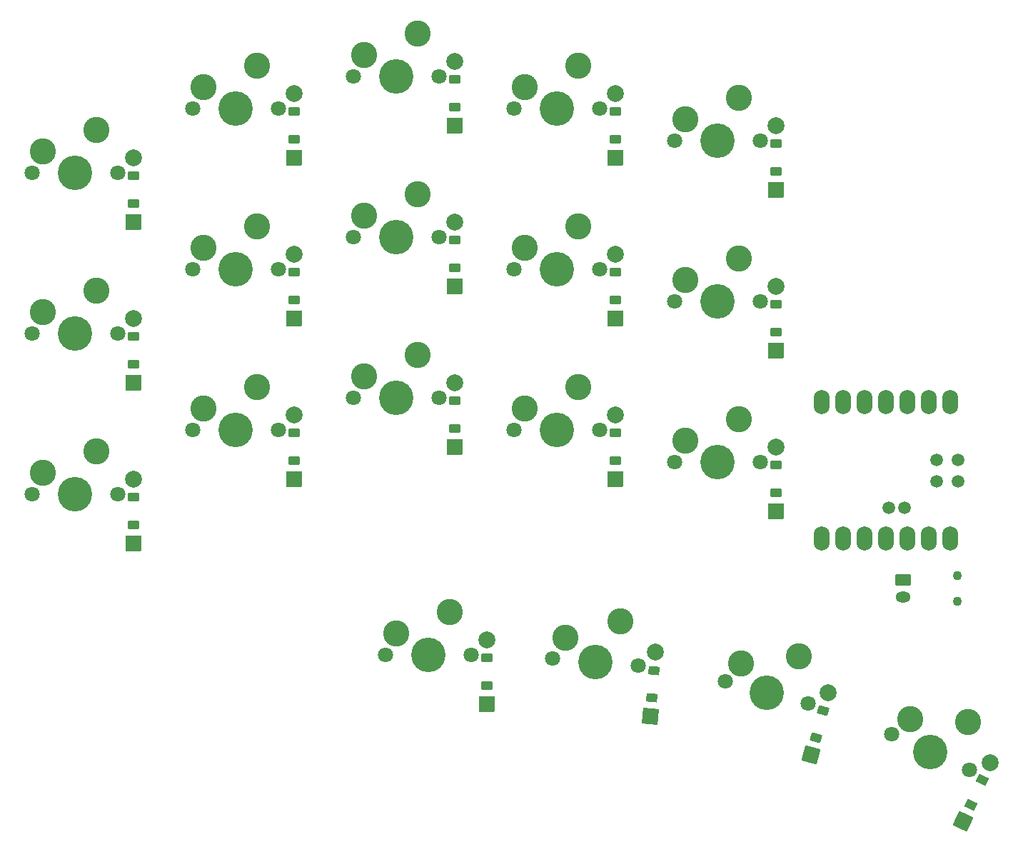
<source format=gbr>
%TF.GenerationSoftware,KiCad,Pcbnew,9.0.6*%
%TF.CreationDate,2026-01-03T00:52:00-08:00*%
%TF.ProjectId,pcb_left,7063625f-6c65-4667-942e-6b696361645f,4.2.1*%
%TF.SameCoordinates,Original*%
%TF.FileFunction,Soldermask,Top*%
%TF.FilePolarity,Negative*%
%FSLAX46Y46*%
G04 Gerber Fmt 4.6, Leading zero omitted, Abs format (unit mm)*
G04 Created by KiCad (PCBNEW 9.0.6) date 2026-01-03 00:52:00*
%MOMM*%
%LPD*%
G01*
G04 APERTURE LIST*
G04 Aperture macros list*
%AMRoundRect*
0 Rectangle with rounded corners*
0 $1 Rounding radius*
0 $2 $3 $4 $5 $6 $7 $8 $9 X,Y pos of 4 corners*
0 Add a 4 corners polygon primitive as box body*
4,1,4,$2,$3,$4,$5,$6,$7,$8,$9,$2,$3,0*
0 Add four circle primitives for the rounded corners*
1,1,$1+$1,$2,$3*
1,1,$1+$1,$4,$5*
1,1,$1+$1,$6,$7*
1,1,$1+$1,$8,$9*
0 Add four rect primitives between the rounded corners*
20,1,$1+$1,$2,$3,$4,$5,0*
20,1,$1+$1,$4,$5,$6,$7,0*
20,1,$1+$1,$6,$7,$8,$9,0*
20,1,$1+$1,$8,$9,$2,$3,0*%
G04 Aperture macros list end*
%ADD10C,1.100000*%
%ADD11RoundRect,0.050000X0.889000X-0.889000X0.889000X0.889000X-0.889000X0.889000X-0.889000X-0.889000X0*%
%ADD12RoundRect,0.050000X0.600000X-0.450000X0.600000X0.450000X-0.600000X0.450000X-0.600000X-0.450000X0*%
%ADD13C,2.005000*%
%ADD14C,1.801800*%
%ADD15C,3.100000*%
%ADD16C,4.087800*%
%ADD17RoundRect,0.050000X0.430000X-1.181415X1.181415X0.430000X-0.430000X1.181415X-1.181415X-0.430000X0*%
%ADD18RoundRect,0.050000X0.353606X-0.661409X0.733963X0.154268X-0.353606X0.661409X-0.733963X-0.154268X0*%
%ADD19RoundRect,0.050000X0.808136X-0.963099X0.963099X0.808136X-0.808136X0.963099X-0.963099X-0.808136X0*%
%ADD20RoundRect,0.050000X0.558497X-0.500581X0.636937X0.395994X-0.558497X0.500581X-0.636937X-0.395994X0*%
%ADD21RoundRect,0.050000X-0.850000X0.600000X-0.850000X-0.600000X0.850000X-0.600000X0.850000X0.600000X0*%
%ADD22O,1.800000X1.300000*%
%ADD23O,1.900000X2.850000*%
%ADD24C,1.497000*%
%ADD25RoundRect,0.050000X0.628618X-1.088798X1.088798X0.628618X-0.628618X1.088798X-1.088798X-0.628618X0*%
%ADD26RoundRect,0.050000X0.463087X-0.589958X0.696024X0.279375X-0.463087X0.589958X-0.696024X-0.279375X0*%
G04 APERTURE END LIST*
D10*
%TO.C,T1*%
X184700000Y-159690000D03*
X184700000Y-162690000D03*
%TD*%
D11*
%TO.C,D1*%
X87000000Y-155810000D03*
D12*
X87000000Y-153650000D03*
X87000000Y-150350000D03*
D13*
X87000000Y-148190000D03*
%TD*%
D11*
%TO.C,D16*%
X128910000Y-174860000D03*
D12*
X128910000Y-172700000D03*
X128910000Y-169400000D03*
D13*
X128910000Y-167240000D03*
%TD*%
D11*
%TO.C,D12*%
X144150000Y-110090000D03*
D12*
X144150000Y-107930000D03*
X144150000Y-104630000D03*
D13*
X144150000Y-102470000D03*
%TD*%
D14*
%TO.C,S10*%
X132070000Y-142380000D03*
D15*
X133340000Y-139840000D03*
D16*
X137150000Y-142380000D03*
D15*
X139690000Y-137300000D03*
D14*
X142230000Y-142380000D03*
%TD*%
D11*
%TO.C,D5*%
X106050000Y-129140000D03*
D12*
X106050000Y-126980000D03*
X106050000Y-123680000D03*
D13*
X106050000Y-121520000D03*
%TD*%
D11*
%TO.C,D2*%
X87000000Y-136760000D03*
D12*
X87000000Y-134600000D03*
X87000000Y-131300000D03*
D13*
X87000000Y-129140000D03*
%TD*%
D11*
%TO.C,D11*%
X144150000Y-129140000D03*
D12*
X144150000Y-126980000D03*
X144150000Y-123680000D03*
D13*
X144150000Y-121520000D03*
%TD*%
D14*
%TO.C,S12*%
X132070000Y-104280000D03*
D15*
X133340000Y-101740000D03*
D16*
X137150000Y-104280000D03*
D15*
X139690000Y-99200000D03*
D14*
X142230000Y-104280000D03*
%TD*%
D17*
%TO.C,D19*%
X185360159Y-188782653D03*
D18*
X186273015Y-186825028D03*
X187667655Y-183834212D03*
D13*
X188580511Y-181876587D03*
%TD*%
D14*
%TO.C,S1*%
X74920000Y-150000000D03*
D15*
X76190000Y-147460000D03*
D16*
X80000000Y-150000000D03*
D15*
X82540000Y-144920000D03*
D14*
X85080000Y-150000000D03*
%TD*%
D11*
%TO.C,D8*%
X125100000Y-125330000D03*
D12*
X125100000Y-123170000D03*
X125100000Y-119870000D03*
D13*
X125100000Y-117710000D03*
%TD*%
D11*
%TO.C,D9*%
X125100000Y-106280000D03*
D12*
X125100000Y-104120000D03*
X125100000Y-100820000D03*
D13*
X125100000Y-98660000D03*
%TD*%
D14*
%TO.C,S16*%
X116830000Y-169050000D03*
D15*
X118100000Y-166510000D03*
D16*
X121910000Y-169050000D03*
D15*
X124450000Y-163970000D03*
D14*
X126990000Y-169050000D03*
%TD*%
%TO.C,S17*%
X136693244Y-169473653D03*
D15*
X138179787Y-167054006D03*
D16*
X141753913Y-169916404D03*
D15*
X144726999Y-165077111D03*
D14*
X146814582Y-170359155D03*
%TD*%
%TO.C,S18*%
X157171301Y-172185324D03*
D15*
X159055427Y-170060573D03*
D16*
X162078204Y-173500125D03*
D15*
X165846456Y-169250622D03*
D14*
X166985107Y-174814926D03*
%TD*%
D11*
%TO.C,D10*%
X144150000Y-148190000D03*
D12*
X144150000Y-146030000D03*
X144150000Y-142730000D03*
D13*
X144150000Y-140570000D03*
%TD*%
D14*
%TO.C,S8*%
X113020000Y-119520000D03*
D15*
X114290000Y-116980000D03*
D16*
X118100000Y-119520000D03*
D15*
X120640000Y-114440000D03*
D14*
X123180000Y-119520000D03*
%TD*%
%TO.C,S7*%
X113020000Y-138570000D03*
D15*
X114290000Y-136030000D03*
D16*
X118100000Y-138570000D03*
D15*
X120640000Y-133490000D03*
D14*
X123180000Y-138570000D03*
%TD*%
%TO.C,S6*%
X93970000Y-104280000D03*
D15*
X95240000Y-101740000D03*
D16*
X99050000Y-104280000D03*
D15*
X101590000Y-99200000D03*
D14*
X104130000Y-104280000D03*
%TD*%
D19*
%TO.C,D17*%
X148220901Y-176314386D03*
D20*
X148409157Y-174162605D03*
X148696771Y-170875163D03*
D13*
X148885027Y-168723382D03*
%TD*%
D14*
%TO.C,S9*%
X113020000Y-100470000D03*
D15*
X114290000Y-97930000D03*
D16*
X118100000Y-100470000D03*
D15*
X120640000Y-95390000D03*
D14*
X123180000Y-100470000D03*
%TD*%
D21*
%TO.C,JST1*%
X178200000Y-160190000D03*
D22*
X178200000Y-162190000D03*
%TD*%
D14*
%TO.C,S19*%
X176867373Y-178411776D03*
D15*
X179091835Y-176646480D03*
D16*
X181471417Y-180558677D03*
D15*
X185920340Y-177028084D03*
D14*
X186075461Y-182705578D03*
%TD*%
D11*
%TO.C,D6*%
X106050000Y-110090000D03*
D12*
X106050000Y-107930000D03*
X106050000Y-104630000D03*
D13*
X106050000Y-102470000D03*
%TD*%
D14*
%TO.C,S11*%
X132070000Y-123330000D03*
D15*
X133340000Y-120790000D03*
D16*
X137150000Y-123330000D03*
D15*
X139690000Y-118250000D03*
D14*
X142230000Y-123330000D03*
%TD*%
D11*
%TO.C,D15*%
X163200000Y-113900000D03*
D12*
X163200000Y-111740000D03*
X163200000Y-108440000D03*
D13*
X163200000Y-106280000D03*
%TD*%
D11*
%TO.C,D7*%
X125100000Y-144380000D03*
D12*
X125100000Y-142220000D03*
X125100000Y-138920000D03*
D13*
X125100000Y-136760000D03*
%TD*%
D14*
%TO.C,S3*%
X74920000Y-111900000D03*
D15*
X76190000Y-109360000D03*
D16*
X80000000Y-111900000D03*
D15*
X82540000Y-106820000D03*
D14*
X85080000Y-111900000D03*
%TD*%
D11*
%TO.C,D3*%
X87000000Y-117710000D03*
D12*
X87000000Y-115550000D03*
X87000000Y-112250000D03*
D13*
X87000000Y-110090000D03*
%TD*%
D11*
%TO.C,D13*%
X163200000Y-152000000D03*
D12*
X163200000Y-149840000D03*
X163200000Y-146540000D03*
D13*
X163200000Y-144380000D03*
%TD*%
D14*
%TO.C,S14*%
X151120000Y-127140000D03*
D15*
X152390000Y-124600000D03*
D16*
X156200000Y-127140000D03*
D15*
X158740000Y-122060000D03*
D14*
X161280000Y-127140000D03*
%TD*%
%TO.C,S4*%
X93970000Y-142380000D03*
D15*
X95240000Y-139840000D03*
D16*
X99050000Y-142380000D03*
D15*
X101590000Y-137300000D03*
D14*
X104130000Y-142380000D03*
%TD*%
D11*
%TO.C,D4*%
X106050000Y-148190000D03*
D12*
X106050000Y-146030000D03*
X106050000Y-142730000D03*
D13*
X106050000Y-140570000D03*
%TD*%
D11*
%TO.C,D14*%
X163200000Y-132950000D03*
D12*
X163200000Y-130790000D03*
X163200000Y-127490000D03*
D13*
X163200000Y-125330000D03*
%TD*%
D23*
%TO.C,_1*%
X183820000Y-139095000D03*
X181280000Y-139095000D03*
X178740000Y-139095000D03*
X176200000Y-139095000D03*
X173660000Y-139095000D03*
X171120000Y-139095000D03*
X168580000Y-139095000D03*
D24*
X184772000Y-145920000D03*
X182232000Y-145920000D03*
D23*
X168580000Y-155285000D03*
X171120000Y-155285000D03*
X173660000Y-155285000D03*
X176200000Y-155285000D03*
X178740000Y-155285000D03*
X181280000Y-155285000D03*
X183820000Y-155285000D03*
D24*
X184772000Y-148460000D03*
X182232000Y-148460000D03*
X176517000Y-151635000D03*
X178422000Y-151635000D03*
%TD*%
D14*
%TO.C,S2*%
X74920000Y-130950000D03*
D15*
X76190000Y-128410000D03*
D16*
X80000000Y-130950000D03*
D15*
X82540000Y-125870000D03*
D14*
X85080000Y-130950000D03*
%TD*%
%TO.C,S15*%
X151120000Y-108090000D03*
D15*
X152390000Y-105550000D03*
D16*
X156200000Y-108090000D03*
D15*
X158740000Y-103010000D03*
D14*
X161280000Y-108090000D03*
%TD*%
%TO.C,S13*%
X151120000Y-146190000D03*
D15*
X152390000Y-143650000D03*
D16*
X156200000Y-146190000D03*
D15*
X158740000Y-141110000D03*
D14*
X161280000Y-146190000D03*
%TD*%
%TO.C,S5*%
X93970000Y-123330000D03*
D15*
X95240000Y-120790000D03*
D16*
X99050000Y-123330000D03*
D15*
X101590000Y-118250000D03*
D14*
X104130000Y-123330000D03*
%TD*%
D25*
%TO.C,D18*%
X167335945Y-180923887D03*
D26*
X167894997Y-178837488D03*
X168749097Y-175649932D03*
D13*
X169308149Y-173563533D03*
%TD*%
M02*

</source>
